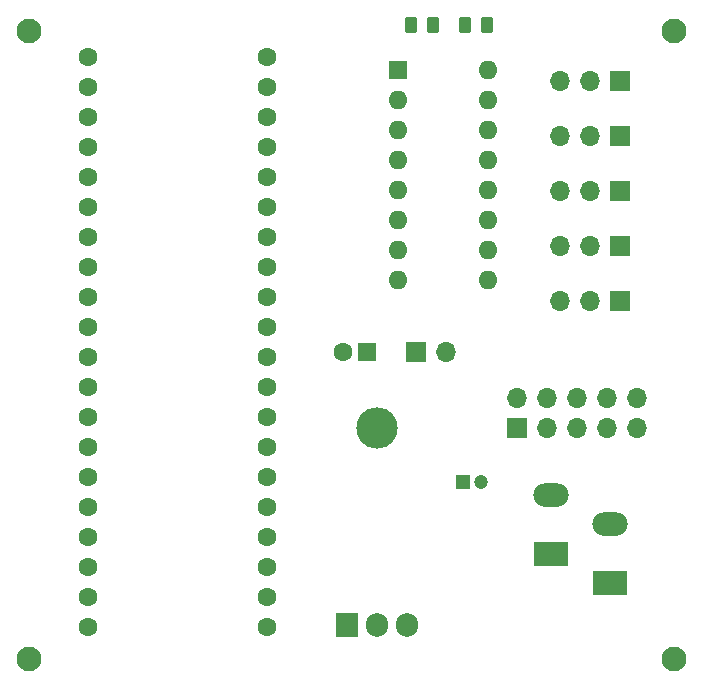
<source format=gbs>
%TF.GenerationSoftware,KiCad,Pcbnew,7.0.5-0*%
%TF.CreationDate,2024-02-27T14:02:21-05:00*%
%TF.ProjectId,LED Controller,4c454420-436f-46e7-9472-6f6c6c65722e,rev?*%
%TF.SameCoordinates,Original*%
%TF.FileFunction,Soldermask,Bot*%
%TF.FilePolarity,Negative*%
%FSLAX46Y46*%
G04 Gerber Fmt 4.6, Leading zero omitted, Abs format (unit mm)*
G04 Created by KiCad (PCBNEW 7.0.5-0) date 2024-02-27 14:02:21*
%MOMM*%
%LPD*%
G01*
G04 APERTURE LIST*
G04 Aperture macros list*
%AMRoundRect*
0 Rectangle with rounded corners*
0 $1 Rounding radius*
0 $2 $3 $4 $5 $6 $7 $8 $9 X,Y pos of 4 corners*
0 Add a 4 corners polygon primitive as box body*
4,1,4,$2,$3,$4,$5,$6,$7,$8,$9,$2,$3,0*
0 Add four circle primitives for the rounded corners*
1,1,$1+$1,$2,$3*
1,1,$1+$1,$4,$5*
1,1,$1+$1,$6,$7*
1,1,$1+$1,$8,$9*
0 Add four rect primitives between the rounded corners*
20,1,$1+$1,$2,$3,$4,$5,0*
20,1,$1+$1,$4,$5,$6,$7,0*
20,1,$1+$1,$6,$7,$8,$9,0*
20,1,$1+$1,$8,$9,$2,$3,0*%
G04 Aperture macros list end*
%ADD10R,1.200000X1.200000*%
%ADD11C,1.200000*%
%ADD12R,1.700000X1.700000*%
%ADD13O,1.700000X1.700000*%
%ADD14C,2.100000*%
%ADD15R,3.000000X2.000000*%
%ADD16O,3.000000X2.000000*%
%ADD17C,1.600000*%
%ADD18R,1.600000X1.600000*%
%ADD19O,1.600000X1.600000*%
%ADD20O,3.500000X3.500000*%
%ADD21R,1.905000X2.000000*%
%ADD22O,1.905000X2.000000*%
%ADD23RoundRect,0.250000X-0.262500X-0.450000X0.262500X-0.450000X0.262500X0.450000X-0.262500X0.450000X0*%
G04 APERTURE END LIST*
D10*
%TO.C,C2*%
X167537000Y-96774000D03*
D11*
X169037000Y-96774000D03*
%TD*%
D12*
%TO.C,J4*%
X180848000Y-76757000D03*
D13*
X178308000Y-76757000D03*
X175768000Y-76757000D03*
%TD*%
D14*
%TO.C,H2*%
X185420000Y-111760000D03*
%TD*%
D15*
%TO.C,J6*%
X179959000Y-105330000D03*
X174959000Y-102830000D03*
D16*
X179959000Y-100330000D03*
X174959000Y-97830000D03*
%TD*%
D17*
%TO.C,M1*%
X135751999Y-60742000D03*
X135751999Y-63282000D03*
X135751999Y-65822000D03*
X135751999Y-68362000D03*
X135751999Y-70902000D03*
X135751999Y-73442000D03*
X135751999Y-75982000D03*
X135751999Y-78522000D03*
X135751999Y-81062000D03*
X135751999Y-83602000D03*
X135751999Y-86142000D03*
X135751999Y-88682000D03*
X135751999Y-91222000D03*
X135751999Y-93762000D03*
X135751999Y-96302000D03*
X135751999Y-98842000D03*
X135751999Y-101382000D03*
X135751999Y-103922000D03*
X135751999Y-106462000D03*
X135751999Y-109002000D03*
X150971999Y-109002000D03*
X150971999Y-106462000D03*
X150971999Y-103922000D03*
X150971999Y-101382000D03*
X150971999Y-98842000D03*
X150971999Y-96302000D03*
X150971999Y-93762000D03*
X150971999Y-91222000D03*
X150971999Y-88682000D03*
X150971999Y-86142000D03*
X150971999Y-83602000D03*
X150971999Y-81062000D03*
X150971999Y-78522000D03*
X150971999Y-75982000D03*
X150971999Y-73442000D03*
X150971999Y-70902000D03*
X150971999Y-68362000D03*
X150971999Y-65822000D03*
X150971999Y-63282000D03*
X150971999Y-60742000D03*
%TD*%
D14*
%TO.C,H3*%
X130810000Y-111760000D03*
%TD*%
D18*
%TO.C,U1*%
X162052000Y-61849000D03*
D19*
X162052000Y-64389000D03*
X162052000Y-66929000D03*
X162052000Y-69469000D03*
X162052000Y-72009000D03*
X162052000Y-74549000D03*
X162052000Y-77089000D03*
X162052000Y-79629000D03*
X169672000Y-79629000D03*
X169672000Y-77089000D03*
X169672000Y-74549000D03*
X169672000Y-72009000D03*
X169672000Y-69469000D03*
X169672000Y-66929000D03*
X169672000Y-64389000D03*
X169672000Y-61849000D03*
%TD*%
D14*
%TO.C,H1*%
X185420000Y-58547000D03*
%TD*%
D18*
%TO.C,C1*%
X159385000Y-85725000D03*
D17*
X157385000Y-85725000D03*
%TD*%
D20*
%TO.C,U2*%
X160274000Y-92179000D03*
D21*
X157734000Y-108839000D03*
D22*
X160274000Y-108839000D03*
X162814000Y-108839000D03*
%TD*%
D12*
%TO.C,J2*%
X180848000Y-67457000D03*
D13*
X178308000Y-67457000D03*
X175768000Y-67457000D03*
%TD*%
D12*
%TO.C,J3*%
X180848000Y-72107000D03*
D13*
X178308000Y-72107000D03*
X175768000Y-72107000D03*
%TD*%
D12*
%TO.C,J7*%
X172085000Y-92202000D03*
D13*
X172085000Y-89662000D03*
X174625000Y-92202000D03*
X174625000Y-89662000D03*
X177165000Y-92202000D03*
X177165000Y-89662000D03*
X179705000Y-92202000D03*
X179705000Y-89662000D03*
X182245000Y-92202000D03*
X182245000Y-89662000D03*
%TD*%
D12*
%TO.C,J5*%
X180848000Y-81407000D03*
D13*
X178308000Y-81407000D03*
X175768000Y-81407000D03*
%TD*%
D12*
%TO.C,J8*%
X163576000Y-85725000D03*
D13*
X166116000Y-85725000D03*
%TD*%
D14*
%TO.C,H4*%
X130810000Y-58547000D03*
%TD*%
D12*
%TO.C,J1*%
X180848000Y-62807000D03*
D13*
X178308000Y-62807000D03*
X175768000Y-62807000D03*
%TD*%
D23*
%TO.C,R4*%
X163171500Y-58039000D03*
X164996500Y-58039000D03*
%TD*%
%TO.C,R3*%
X167743500Y-58039000D03*
X169568500Y-58039000D03*
%TD*%
M02*

</source>
